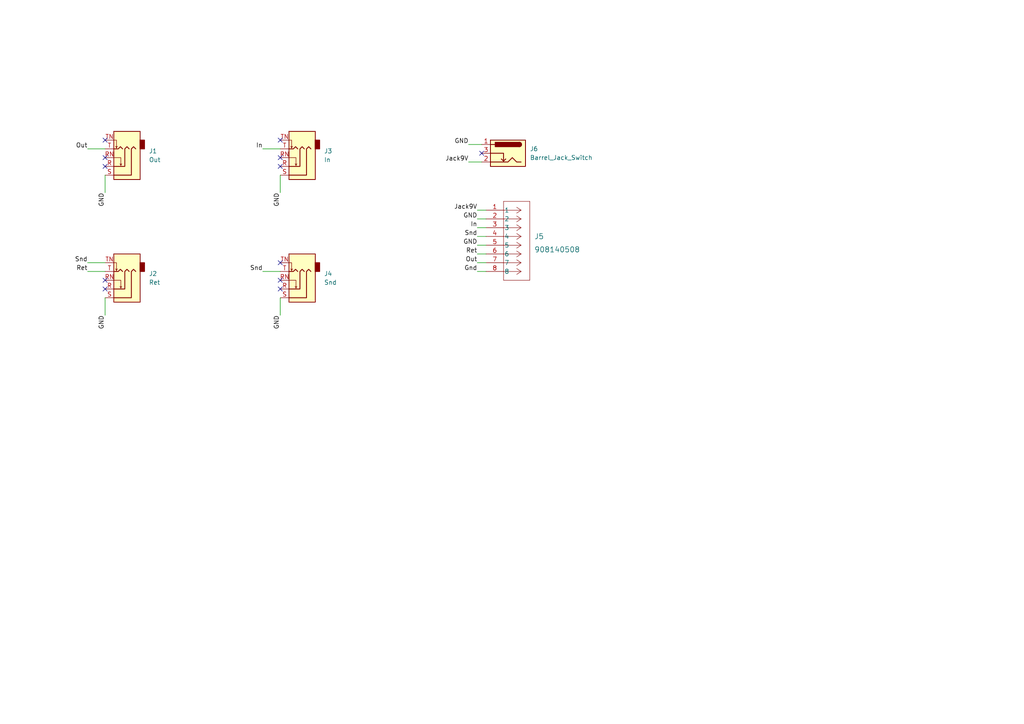
<source format=kicad_sch>
(kicad_sch (version 20211123) (generator eeschema)
  (paper "A4")
  (title_block (title "RDRPT Jacks Board") (date "2025-02-06") (rev "v1rev1") (company "Pedal Markt / Andrei Salomatin"))
  (lib_symbols
    (symbol "Connector:AudioJack3_SwitchTR"
      (property "Reference" "J" (at 0 8.89 0))
      (property "Value" "AudioJack3_SwitchTR" (at 0 6.35 0))
      (symbol "AudioJack3_SwitchTR_0_1"
        (rectangle (start -5.08 -5.08) (end -6.35 -7.62) (stroke (width 0.254)) (fill (type outline)))
        (polyline (pts (xy 0.508 -0.254) (xy 0.762 -0.762)))
        (polyline (pts (xy 1.778 -5.334) (xy 2.032 -5.842)))
        (polyline (pts (xy 0 -5.08) (xy 0.635 -5.715) (xy 1.27 -5.08) (xy 2.54 -5.08)) (stroke (width 0.254)))
        (polyline (pts (xy 2.54 -7.62) (xy 1.778 -7.62) (xy 1.778 -5.334) (xy 1.524 -5.842)))
        (polyline (pts (xy 2.54 -2.54) (xy 0.508 -2.54) (xy 0.508 -0.254) (xy 0.254 -0.762)))
        (polyline (pts (xy -1.905 -5.08) (xy -1.27 -5.715) (xy -0.635 -5.08) (xy -0.635 0) (xy 2.54 0)) (stroke (width 0.254)))
        (polyline (pts (xy 2.54 2.54) (xy -2.54 2.54) (xy -2.54 -5.08) (xy -3.175 -5.715) (xy -3.81 -5.08)) (stroke (width 0.254)))
        (rectangle (start 2.54 3.81) (end -5.08 -10.16) (stroke (width 0.254)) (fill (type background)))
      )
      (symbol "AudioJack3_SwitchTR_1_1"
        (pin passive line (at 5.08 0 180) (length 2.54) (name "~") (number "R"))
        (pin passive line (at 5.08 -2.54 180) (length 2.54) (name "~") (number "RN"))
        (pin passive line (at 5.08 2.54 180) (length 2.54) (name "~") (number "S"))
        (pin passive line (at 5.08 -5.08 180) (length 2.54) (name "~") (number "T"))
        (pin passive line (at 5.08 -7.62 180) (length 2.54) (name "~") (number "TN"))
      )
    )
    (symbol "Connector:Barrel_Jack_Switch" (pin_names hide)
      (property "Reference" "J" (at 0 5.334 0))
      (property "Value" "Barrel_Jack_Switch" (at 0 -5.08 0))
      (symbol "Barrel_Jack_Switch_0_1"
        (rectangle (start -5.08 3.81) (end 5.08 -3.81) (stroke (width 0.254)) (fill (type background)))
        (arc (start -3.302 3.175) (mid -3.937 2.54) (end -3.302 1.905) (stroke (width 0.254)))
        (arc (start -3.302 3.175) (mid -3.937 2.54) (end -3.302 1.905) (stroke (width 0.254)) (fill (type outline)))
        (polyline (pts (xy 1.27 -2.286) (xy 1.905 -1.651)) (stroke (width 0.254)))
        (polyline (pts (xy 5.08 2.54) (xy 3.81 2.54)) (stroke (width 0.254)))
        (polyline (pts (xy 5.08 0) (xy 1.27 0) (xy 1.27 -2.286) (xy 0.635 -1.651)) (stroke (width 0.254)))
        (polyline (pts (xy -3.81 -2.54) (xy -2.54 -2.54) (xy -1.27 -1.27) (xy 0 -2.54) (xy 2.54 -2.54) (xy 5.08 -2.54)) (stroke (width 0.254)))
        (rectangle (start 3.683 3.175) (end -3.302 1.905) (stroke (width 0.254)) (fill (type outline)))
      )
      (symbol "Barrel_Jack_Switch_1_1"
        (pin passive line (at 7.62 2.54 180) (length 2.54) (name "~") (number "1"))
        (pin passive line (at 7.62 -2.54 180) (length 2.54) (name "~") (number "2"))
        (pin passive line (at 7.62 0 180) (length 2.54) (name "~") (number "3"))
      )
    )
    (symbol "molex-picoflex8:908140508" (pin_names (offset 0.254))
      (property "Reference" "J" (at 8.89 6.35 0))
      (property "Value" "908140508" (at 0 0 0))
      (symbol "908140508_1_1"
        (polyline (pts (xy 5.08 -20.32) (xy 12.7 -20.32)) (stroke (width 0.127)))
        (polyline (pts (xy 5.08 2.54) (xy 5.08 -20.32)) (stroke (width 0.127)))
        (polyline (pts (xy 10.16 -17.78) (xy 5.08 -17.78)) (stroke (width 0.127)))
        (polyline (pts (xy 10.16 -17.78) (xy 8.89 -18.6267)) (stroke (width 0.127)))
        (polyline (pts (xy 10.16 -17.78) (xy 8.89 -16.9333)) (stroke (width 0.127)))
        (polyline (pts (xy 10.16 -15.24) (xy 5.08 -15.24)) (stroke (width 0.127)))
        (polyline (pts (xy 10.16 -15.24) (xy 8.89 -16.0867)) (stroke (width 0.127)))
        (polyline (pts (xy 10.16 -15.24) (xy 8.89 -14.3933)) (stroke (width 0.127)))
        (polyline (pts (xy 10.16 -12.7) (xy 5.08 -12.7)) (stroke (width 0.127)))
        (polyline (pts (xy 10.16 -12.7) (xy 8.89 -13.5467)) (stroke (width 0.127)))
        (polyline (pts (xy 10.16 -12.7) (xy 8.89 -11.8533)) (stroke (width 0.127)))
        (polyline (pts (xy 10.16 -10.16) (xy 5.08 -10.16)) (stroke (width 0.127)))
        (polyline (pts (xy 10.16 -10.16) (xy 8.89 -11.0067)) (stroke (width 0.127)))
        (polyline (pts (xy 10.16 -10.16) (xy 8.89 -9.3133)) (stroke (width 0.127)))
        (polyline (pts (xy 10.16 -7.62) (xy 5.08 -7.62)) (stroke (width 0.127)))
        (polyline (pts (xy 10.16 -7.62) (xy 8.89 -8.4667)) (stroke (width 0.127)))
        (polyline (pts (xy 10.16 -7.62) (xy 8.89 -6.7733)) (stroke (width 0.127)))
        (polyline (pts (xy 10.16 -5.08) (xy 5.08 -5.08)) (stroke (width 0.127)))
        (polyline (pts (xy 10.16 -5.08) (xy 8.89 -5.9267)) (stroke (width 0.127)))
        (polyline (pts (xy 10.16 -5.08) (xy 8.89 -4.2333)) (stroke (width 0.127)))
        (polyline (pts (xy 10.16 -2.54) (xy 5.08 -2.54)) (stroke (width 0.127)))
        (polyline (pts (xy 10.16 -2.54) (xy 8.89 -3.3867)) (stroke (width 0.127)))
        (polyline (pts (xy 10.16 -2.54) (xy 8.89 -1.6933)) (stroke (width 0.127)))
        (polyline (pts (xy 10.16 0) (xy 5.08 0)) (stroke (width 0.127)))
        (polyline (pts (xy 10.16 0) (xy 8.89 -0.8467)) (stroke (width 0.127)))
        (polyline (pts (xy 10.16 0) (xy 8.89 0.8467)) (stroke (width 0.127)))
        (polyline (pts (xy 12.7 -20.32) (xy 12.7 2.54)) (stroke (width 0.127)))
        (polyline (pts (xy 12.7 2.54) (xy 5.08 2.54)) (stroke (width 0.127)))
        (pin unspecified line (at 0 0 0) (length 5.08) (name "1") (number "1"))
        (pin unspecified line (at 0 -2.54 0) (length 5.08) (name "2") (number "2"))
        (pin unspecified line (at 0 -5.08 0) (length 5.08) (name "3") (number "3"))
        (pin unspecified line (at 0 -7.62 0) (length 5.08) (name "4") (number "4"))
        (pin unspecified line (at 0 -10.16 0) (length 5.08) (name "5") (number "5"))
        (pin unspecified line (at 0 -12.7 0) (length 5.08) (name "6") (number "6"))
        (pin unspecified line (at 0 -15.24 0) (length 5.08) (name "7") (number "7"))
        (pin unspecified line (at 0 -17.78 0) (length 5.08) (name "8") (number "8"))
      )
      (symbol "908140508_1_2"
        (polyline (pts (xy 5.08 -20.32) (xy 12.7 -20.32)) (stroke (width 0.127)))
        (polyline (pts (xy 5.08 2.54) (xy 5.08 -20.32)) (stroke (width 0.127)))
        (polyline (pts (xy 7.62 -17.78) (xy 5.08 -17.78)) (stroke (width 0.127)))
        (polyline (pts (xy 7.62 -17.78) (xy 8.89 -18.6267)) (stroke (width 0.127)))
        (polyline (pts (xy 7.62 -17.78) (xy 8.89 -16.9333)) (stroke (width 0.127)))
        (polyline (pts (xy 7.62 -15.24) (xy 5.08 -15.24)) (stroke (width 0.127)))
        (polyline (pts (xy 7.62 -15.24) (xy 8.89 -16.0867)) (stroke (width 0.127)))
        (polyline (pts (xy 7.62 -15.24) (xy 8.89 -14.3933)) (stroke (width 0.127)))
        (polyline (pts (xy 7.62 -12.7) (xy 5.08 -12.7)) (stroke (width 0.127)))
        (polyline (pts (xy 7.62 -12.7) (xy 8.89 -13.5467)) (stroke (width 0.127)))
        (polyline (pts (xy 7.62 -12.7) (xy 8.89 -11.8533)) (stroke (width 0.127)))
        (polyline (pts (xy 7.62 -10.16) (xy 5.08 -10.16)) (stroke (width 0.127)))
        (polyline (pts (xy 7.62 -10.16) (xy 8.89 -11.0067)) (stroke (width 0.127)))
        (polyline (pts (xy 7.62 -10.16) (xy 8.89 -9.3133)) (stroke (width 0.127)))
        (polyline (pts (xy 7.62 -7.62) (xy 5.08 -7.62)) (stroke (width 0.127)))
        (polyline (pts (xy 7.62 -7.62) (xy 8.89 -8.4667)) (stroke (width 0.127)))
        (polyline (pts (xy 7.62 -7.62) (xy 8.89 -6.7733)) (stroke (width 0.127)))
        (polyline (pts (xy 7.62 -5.08) (xy 5.08 -5.08)) (stroke (width 0.127)))
        (polyline (pts (xy 7.62 -5.08) (xy 8.89 -5.9267)) (stroke (width 0.127)))
        (polyline (pts (xy 7.62 -5.08) (xy 8.89 -4.2333)) (stroke (width 0.127)))
        (polyline (pts (xy 7.62 -2.54) (xy 5.08 -2.54)) (stroke (width 0.127)))
        (polyline (pts (xy 7.62 -2.54) (xy 8.89 -3.3867)) (stroke (width 0.127)))
        (polyline (pts (xy 7.62 -2.54) (xy 8.89 -1.6933)) (stroke (width 0.127)))
        (polyline (pts (xy 7.62 0) (xy 5.08 0)) (stroke (width 0.127)))
        (polyline (pts (xy 7.62 0) (xy 8.89 -0.8467)) (stroke (width 0.127)))
        (polyline (pts (xy 7.62 0) (xy 8.89 0.8467)) (stroke (width 0.127)))
        (polyline (pts (xy 12.7 -20.32) (xy 12.7 2.54)) (stroke (width 0.127)))
        (polyline (pts (xy 12.7 2.54) (xy 5.08 2.54)) (stroke (width 0.127)))
        (pin unspecified line (at 0 0 0) (length 5.08) (name "1") (number "1"))
        (pin unspecified line (at 0 -2.54 0) (length 5.08) (name "2") (number "2"))
        (pin unspecified line (at 0 -5.08 0) (length 5.08) (name "3") (number "3"))
        (pin unspecified line (at 0 -7.62 0) (length 5.08) (name "4") (number "4"))
        (pin unspecified line (at 0 -10.16 0) (length 5.08) (name "5") (number "5"))
        (pin unspecified line (at 0 -12.7 0) (length 5.08) (name "6") (number "6"))
        (pin unspecified line (at 0 -15.24 0) (length 5.08) (name "7") (number "7"))
        (pin unspecified line (at 0 -17.78 0) (length 5.08) (name "8") (number "8"))
      )
    )
  )
  (no_connect (at 30.48 45.72))
  (no_connect (at 81.28 83.82))
  (no_connect (at 30.48 81.28))
  (no_connect (at 81.28 76.2))
  (no_connect (at 139.7 44.45))
  (no_connect (at 81.28 40.64))
  (no_connect (at 30.48 40.64))
  (no_connect (at 30.48 48.26))
  (no_connect (at 81.28 45.72))
  (no_connect (at 81.28 48.26))
  (no_connect (at 30.48 83.82))
  (no_connect (at 81.28 81.28))
  (wire (pts (xy 81.28 50.8) (xy 81.28 55.88)))
  (wire (pts (xy 76.2 78.74) (xy 81.28 78.74)))
  (wire (pts (xy 76.2 43.18) (xy 81.28 43.18)))
  (wire (pts (xy 138.43 68.58) (xy 140.97 68.58)))
  (wire (pts (xy 30.48 86.36) (xy 30.48 91.44)))
  (wire (pts (xy 135.89 46.99) (xy 139.7 46.99)))
  (wire (pts (xy 81.28 86.36) (xy 81.28 91.44)))
  (wire (pts (xy 25.4 76.2) (xy 30.48 76.2)))
  (wire (pts (xy 25.4 43.18) (xy 30.48 43.18)))
  (wire (pts (xy 138.43 78.74) (xy 140.97 78.74)))
  (wire (pts (xy 30.48 50.8) (xy 30.48 55.88)))
  (wire (pts (xy 138.43 71.12) (xy 140.97 71.12)))
  (wire (pts (xy 138.43 66.04) (xy 140.97 66.04)))
  (wire (pts (xy 138.43 63.5) (xy 140.97 63.5)))
  (wire (pts (xy 138.43 76.2) (xy 140.97 76.2)))
  (wire (pts (xy 135.89 41.91) (xy 139.7 41.91)))
  (wire (pts (xy 138.43 73.66) (xy 140.97 73.66)))
  (wire (pts (xy 138.43 60.96) (xy 140.97 60.96)))
  (wire (pts (xy 25.4 78.74) (xy 30.48 78.74)))
  (label "GND" (at 81.28 55.88 270))
  (label "Out" (at 138.43 76.2 180))
  (label "GND" (at 30.48 55.88 270))
  (label "In" (at 76.2 43.18 180))
  (label "Ret" (at 25.4 78.74 180))
  (label "GND" (at 81.28 91.44 270))
  (label "In" (at 138.43 66.04 180))
  (label "GND" (at 138.43 63.5 180))
  (label "GND" (at 138.43 71.12 180))
  (label "Out" (at 25.4 43.18 180))
  (label "Jack9V" (at 138.43 60.96 180))
  (label "GND" (at 30.48 91.44 270))
  (label "Gnd" (at 138.43 78.74 180))
  (label "Ret" (at 138.43 73.66 180))
  (label "GND" (at 135.89 41.91 180))
  (label "Snd" (at 25.4 76.2 180))
  (label "Snd" (at 76.2 78.74 180))
  (label "Jack9V" (at 135.89 46.99 180))
  (label "Snd" (at 138.43 68.58 180))
  (symbol (lib_id "molex-picoflex8:908140508") (at 140.97 60.96 0) (unit 1)
    (property "Reference" "J5" (at 154.94 68.58 0) (effects (font (size 1.524 1.524)) (justify left)))
    (property "Value" "908140508" (at 154.94 72.39 0) (effects (font (size 1.524 1.524)) (justify left)))
    (property "Footprint" "molex-picoflex8:CONN_SDA-90814_08_MOL" (effects hide))
    (property "Datasheet" "908140508" (effects hide))
  )
  (symbol (lib_id "Connector:AudioJack3_SwitchTR") (at 86.36 48.26 180) (unit 1)
    (property "Reference" "J3" (at 93.98 43.8149 0) (effects (justify right)))
    (property "Value" "In" (at 93.98 46.3549 0) (effects (justify right)))
    (property "Footprint" "Tayda-A6446-6-35mm-Compact-PCB-Mounted-Jack:tayda-A6446-6mm35-jack-pcb-compact" (effects hide))
  )
  (symbol (lib_id "Connector:AudioJack3_SwitchTR") (at 35.56 48.26 180) (unit 1)
    (property "Reference" "J1" (at 43.18 43.8149 0) (effects (justify right)))
    (property "Value" "Out" (at 43.18 46.3549 0) (effects (justify right)))
    (property "Footprint" "Tayda-A6446-6-35mm-Compact-PCB-Mounted-Jack:tayda-A6446-6mm35-jack-pcb-compact" (effects hide))
  )
  (symbol (lib_id "Connector:AudioJack3_SwitchTR") (at 86.36 83.82 180) (unit 1)
    (property "Reference" "J4" (at 93.98 79.3749 0) (effects (justify right)))
    (property "Value" "Snd" (at 93.98 81.9149 0) (effects (justify right)))
    (property "Footprint" "Tayda-A6446-6-35mm-Compact-PCB-Mounted-Jack:tayda-A6446-6mm35-jack-pcb-compact" (effects hide))
  )
  (symbol (lib_id "Connector:AudioJack3_SwitchTR") (at 35.56 83.82 180) (unit 1)
    (property "Reference" "J2" (at 43.18 79.3749 0) (effects (justify right)))
    (property "Value" "Ret" (at 43.18 81.9149 0) (effects (justify right)))
    (property "Footprint" "Tayda-A6446-6-35mm-Compact-PCB-Mounted-Jack:tayda-A6446-6mm35-jack-pcb-compact" (effects hide))
  )
  (symbol (lib_id "Connector:Barrel_Jack_Switch") (at 147.32 44.45 0) (mirror y) (unit 1)
    (property "Reference" "J6" (at 153.67 43.1799 0) (effects (justify right)))
    (property "Value" "Barrel_Jack_Switch" (at 153.67 45.7199 0) (effects (justify right)))
    (property "Footprint" "Connector_BarrelJack:BarrelJack_GCT_DCJ200-10-A_Horizontal" (effects hide))
  )
)
</source>
